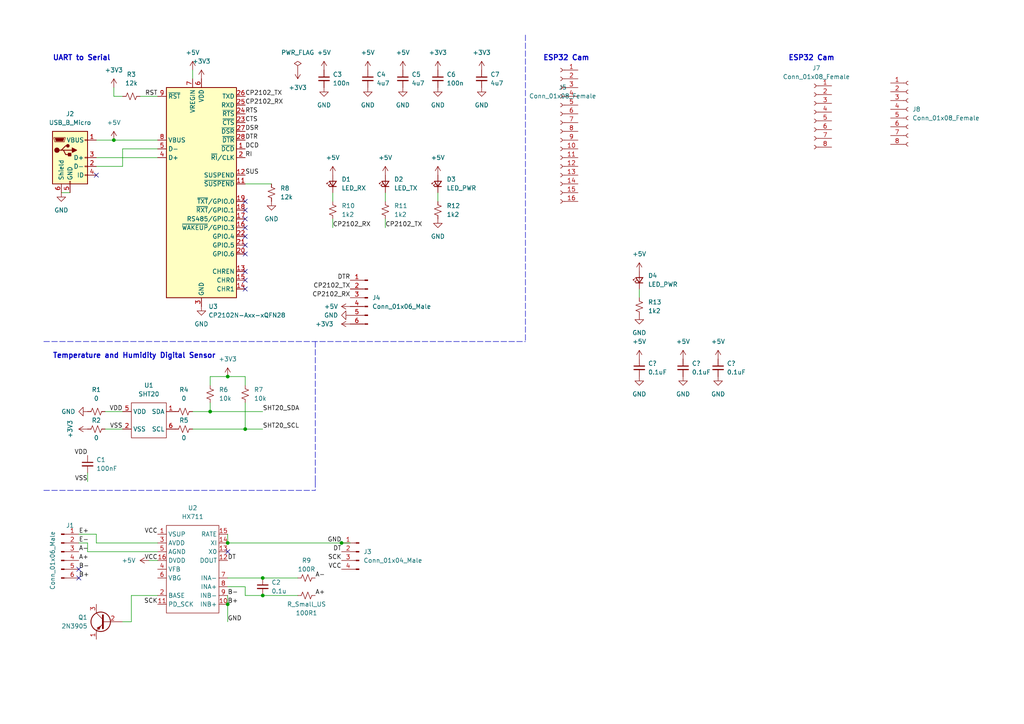
<source format=kicad_sch>
(kicad_sch (version 20211123) (generator eeschema)
  (paper "A4")
  (title_block (title "ESP32 Hornbill Project HAT") (date "2023-04-22") (rev "v0") (company "University of Cape Town") (comment 1 "@author: Tristyn Ferreiro"))
  (lib_symbols
    (symbol "Connector:Conn_01x04_Male" (pin_names (offset 1.016) hide)
      (property "Reference" "J" (at 0 5.08 0))
      (property "Value" "Conn_01x04_Male" (at 0 -7.62 0))
      (symbol "Conn_01x04_Male_1_1"
        (polyline (pts (xy 1.27 -5.08) (xy 0.8636 -5.08)) (stroke (width 0.1524)))
        (polyline (pts (xy 1.27 -2.54) (xy 0.8636 -2.54)) (stroke (width 0.1524)))
        (polyline (pts (xy 1.27 0) (xy 0.8636 0)) (stroke (width 0.1524)))
        (polyline (pts (xy 1.27 2.54) (xy 0.8636 2.54)) (stroke (width 0.1524)))
        (rectangle (start 0.8636 -4.953) (end 0 -5.207) (stroke (width 0.1524)) (fill (type outline)))
        (rectangle (start 0.8636 -2.413) (end 0 -2.667) (stroke (width 0.1524)) (fill (type outline)))
        (rectangle (start 0.8636 0.127) (end 0 -0.127) (stroke (width 0.1524)) (fill (type outline)))
        (rectangle (start 0.8636 2.667) (end 0 2.413) (stroke (width 0.1524)) (fill (type outline)))
        (pin passive line (at 5.08 2.54 180) (length 3.81) (name "Pin_1") (number "1"))
        (pin passive line (at 5.08 0 180) (length 3.81) (name "Pin_2") (number "2"))
        (pin passive line (at 5.08 -2.54 180) (length 3.81) (name "Pin_3") (number "3"))
        (pin passive line (at 5.08 -5.08 180) (length 3.81) (name "Pin_4") (number "4"))
      )
    )
    (symbol "Connector:Conn_01x06_Male" (pin_names (offset 1.016) hide)
      (property "Reference" "J" (at 0 7.62 0))
      (property "Value" "Conn_01x06_Male" (at 0 -10.16 0))
      (symbol "Conn_01x06_Male_1_1"
        (polyline (pts (xy 1.27 -7.62) (xy 0.8636 -7.62)) (stroke (width 0.1524)))
        (polyline (pts (xy 1.27 -5.08) (xy 0.8636 -5.08)) (stroke (width 0.1524)))
        (polyline (pts (xy 1.27 -2.54) (xy 0.8636 -2.54)) (stroke (width 0.1524)))
        (polyline (pts (xy 1.27 0) (xy 0.8636 0)) (stroke (width 0.1524)))
        (polyline (pts (xy 1.27 2.54) (xy 0.8636 2.54)) (stroke (width 0.1524)))
        (polyline (pts (xy 1.27 5.08) (xy 0.8636 5.08)) (stroke (width 0.1524)))
        (rectangle (start 0.8636 -7.493) (end 0 -7.747) (stroke (width 0.1524)) (fill (type outline)))
        (rectangle (start 0.8636 -4.953) (end 0 -5.207) (stroke (width 0.1524)) (fill (type outline)))
        (rectangle (start 0.8636 -2.413) (end 0 -2.667) (stroke (width 0.1524)) (fill (type outline)))
        (rectangle (start 0.8636 0.127) (end 0 -0.127) (stroke (width 0.1524)) (fill (type outline)))
        (rectangle (start 0.8636 2.667) (end 0 2.413) (stroke (width 0.1524)) (fill (type outline)))
        (rectangle (start 0.8636 5.207) (end 0 4.953) (stroke (width 0.1524)) (fill (type outline)))
        (pin passive line (at 5.08 5.08 180) (length 3.81) (name "Pin_1") (number "1"))
        (pin passive line (at 5.08 2.54 180) (length 3.81) (name "Pin_2") (number "2"))
        (pin passive line (at 5.08 0 180) (length 3.81) (name "Pin_3") (number "3"))
        (pin passive line (at 5.08 -2.54 180) (length 3.81) (name "Pin_4") (number "4"))
        (pin passive line (at 5.08 -5.08 180) (length 3.81) (name "Pin_5") (number "5"))
        (pin passive line (at 5.08 -7.62 180) (length 3.81) (name "Pin_6") (number "6"))
      )
    )
    (symbol "Connector:Conn_01x08_Female" (pin_names (offset 1.016) hide)
      (property "Reference" "J" (at 0 10.16 0))
      (property "Value" "Conn_01x08_Female" (at 0 -12.7 0))
      (symbol "Conn_01x08_Female_1_1"
        (arc (start 0 -9.652) (mid -0.508 -10.16) (end 0 -10.668) (stroke (width 0.1524)))
        (arc (start 0 -7.112) (mid -0.508 -7.62) (end 0 -8.128) (stroke (width 0.1524)))
        (arc (start 0 -4.572) (mid -0.508 -5.08) (end 0 -5.588) (stroke (width 0.1524)))
        (arc (start 0 -2.032) (mid -0.508 -2.54) (end 0 -3.048) (stroke (width 0.1524)))
        (polyline (pts (xy -1.27 -10.16) (xy -0.508 -10.16)) (stroke (width 0.1524)))
        (polyline (pts (xy -1.27 -7.62) (xy -0.508 -7.62)) (stroke (width 0.1524)))
        (polyline (pts (xy -1.27 -5.08) (xy -0.508 -5.08)) (stroke (width 0.1524)))
        (polyline (pts (xy -1.27 -2.54) (xy -0.508 -2.54)) (stroke (width 0.1524)))
        (polyline (pts (xy -1.27 0) (xy -0.508 0)) (stroke (width 0.1524)))
        (polyline (pts (xy -1.27 2.54) (xy -0.508 2.54)) (stroke (width 0.1524)))
        (polyline (pts (xy -1.27 5.08) (xy -0.508 5.08)) (stroke (width 0.1524)))
        (polyline (pts (xy -1.27 7.62) (xy -0.508 7.62)) (stroke (width 0.1524)))
        (arc (start 0 0.508) (mid -0.508 0) (end 0 -0.508) (stroke (width 0.1524)))
        (arc (start 0 3.048) (mid -0.508 2.54) (end 0 2.032) (stroke (width 0.1524)))
        (arc (start 0 5.588) (mid -0.508 5.08) (end 0 4.572) (stroke (width 0.1524)))
        (arc (start 0 8.128) (mid -0.508 7.62) (end 0 7.112) (stroke (width 0.1524)))
        (pin passive line (at -5.08 7.62 0) (length 3.81) (name "Pin_1") (number "1"))
        (pin passive line (at -5.08 5.08 0) (length 3.81) (name "Pin_2") (number "2"))
        (pin passive line (at -5.08 2.54 0) (length 3.81) (name "Pin_3") (number "3"))
        (pin passive line (at -5.08 0 0) (length 3.81) (name "Pin_4") (number "4"))
        (pin passive line (at -5.08 -2.54 0) (length 3.81) (name "Pin_5") (number "5"))
        (pin passive line (at -5.08 -5.08 0) (length 3.81) (name "Pin_6") (number "6"))
        (pin passive line (at -5.08 -7.62 0) (length 3.81) (name "Pin_7") (number "7"))
        (pin passive line (at -5.08 -10.16 0) (length 3.81) (name "Pin_8") (number "8"))
      )
    )
    (symbol "Connector:Conn_01x16_Female" (pin_names (offset 1.016) hide)
      (property "Reference" "J" (at 0 20.32 0))
      (property "Value" "Conn_01x16_Female" (at 0 -22.86 0))
      (symbol "Conn_01x16_Female_1_1"
        (arc (start 0 -19.812) (mid -0.508 -20.32) (end 0 -20.828) (stroke (width 0.1524)))
        (arc (start 0 -17.272) (mid -0.508 -17.78) (end 0 -18.288) (stroke (width 0.1524)))
        (arc (start 0 -14.732) (mid -0.508 -15.24) (end 0 -15.748) (stroke (width 0.1524)))
        (arc (start 0 -12.192) (mid -0.508 -12.7) (end 0 -13.208) (stroke (width 0.1524)))
        (arc (start 0 -9.652) (mid -0.508 -10.16) (end 0 -10.668) (stroke (width 0.1524)))
        (arc (start 0 -7.112) (mid -0.508 -7.62) (end 0 -8.128) (stroke (width 0.1524)))
        (arc (start 0 -4.572) (mid -0.508 -5.08) (end 0 -5.588) (stroke (width 0.1524)))
        (arc (start 0 -2.032) (mid -0.508 -2.54) (end 0 -3.048) (stroke (width 0.1524)))
        (polyline (pts (xy -1.27 -20.32) (xy -0.508 -20.32)) (stroke (width 0.1524)))
        (polyline (pts (xy -1.27 -17.78) (xy -0.508 -17.78)) (stroke (width 0.1524)))
        (polyline (pts (xy -1.27 -15.24) (xy -0.508 -15.24)) (stroke (width 0.1524)))
        (polyline (pts (xy -1.27 -12.7) (xy -0.508 -12.7)) (stroke (width 0.1524)))
        (polyline (pts (xy -1.27 -10.16) (xy -0.508 -10.16)) (stroke (width 0.1524)))
        (polyline (pts (xy -1.27 -7.62) (xy -0.508 -7.62)) (stroke (width 0.1524)))
        (polyline (pts (xy -1.27 -5.08) (xy -0.508 -5.08)) (stroke (width 0.1524)))
        (polyline (pts (xy -1.27 -2.54) (xy -0.508 -2.54)) (stroke (width 0.1524)))
        (polyline (pts (xy -1.27 0) (xy -0.508 0)) (stroke (width 0.1524)))
        (polyline (pts (xy -1.27 2.54) (xy -0.508 2.54)) (stroke (width 0.1524)))
        (polyline (pts (xy -1.27 5.08) (xy -0.508 5.08)) (stroke (width 0.1524)))
        (polyline (pts (xy -1.27 7.62) (xy -0.508 7.62)) (stroke (width 0.1524)))
        (polyline (pts (xy -1.27 10.16) (xy -0.508 10.16)) (stroke (width 0.1524)))
        (polyline (pts (xy -1.27 12.7) (xy -0.508 12.7)) (stroke (width 0.1524)))
        (polyline (pts (xy -1.27 15.24) (xy -0.508 15.24)) (stroke (width 0.1524)))
        (polyline (pts (xy -1.27 17.78) (xy -0.508 17.78)) (stroke (width 0.1524)))
        (arc (start 0 0.508) (mid -0.508 0) (end 0 -0.508) (stroke (width 0.1524)))
        (arc (start 0 3.048) (mid -0.508 2.54) (end 0 2.032) (stroke (width 0.1524)))
        (arc (start 0 5.588) (mid -0.508 5.08) (end 0 4.572) (stroke (width 0.1524)))
        (arc (start 0 8.128) (mid -0.508 7.62) (end 0 7.112) (stroke (width 0.1524)))
        (arc (start 0 10.668) (mid -0.508 10.16) (end 0 9.652) (stroke (width 0.1524)))
        (arc (start 0 13.208) (mid -0.508 12.7) (end 0 12.192) (stroke (width 0.1524)))
        (arc (start 0 15.748) (mid -0.508 15.24) (end 0 14.732) (stroke (width 0.1524)))
        (arc (start 0 18.288) (mid -0.508 17.78) (end 0 17.272) (stroke (width 0.1524)))
        (pin passive line (at -5.08 17.78 0) (length 3.81) (name "Pin_1") (number "1"))
        (pin passive line (at -5.08 -5.08 0) (length 3.81) (name "Pin_10") (number "10"))
        (pin passive line (at -5.08 -7.62 0) (length 3.81) (name "Pin_11") (number "11"))
        (pin passive line (at -5.08 -10.16 0) (length 3.81) (name "Pin_12") (number "12"))
        (pin passive line (at -5.08 -12.7 0) (length 3.81) (name "Pin_13") (number "13"))
        (pin passive line (at -5.08 -15.24 0) (length 3.81) (name "Pin_14") (number "14"))
        (pin passive line (at -5.08 -17.78 0) (length 3.81) (name "Pin_15") (number "15"))
        (pin passive line (at -5.08 -20.32 0) (length 3.81) (name "Pin_16") (number "16"))
        (pin passive line (at -5.08 15.24 0) (length 3.81) (name "Pin_2") (number "2"))
        (pin passive line (at -5.08 12.7 0) (length 3.81) (name "Pin_3") (number "3"))
        (pin passive line (at -5.08 10.16 0) (length 3.81) (name "Pin_4") (number "4"))
        (pin passive line (at -5.08 7.62 0) (length 3.81) (name "Pin_5") (number "5"))
        (pin passive line (at -5.08 5.08 0) (length 3.81) (name "Pin_6") (number "6"))
        (pin passive line (at -5.08 2.54 0) (length 3.81) (name "Pin_7") (number "7"))
        (pin passive line (at -5.08 0 0) (length 3.81) (name "Pin_8") (number "8"))
        (pin passive line (at -5.08 -2.54 0) (length 3.81) (name "Pin_9") (number "9"))
      )
    )
    (symbol "Connector:USB_B_Micro" (pin_names (offset 1.016))
      (property "Reference" "J" (at -5.08 11.43 0))
      (property "Value" "USB_B_Micro" (at -5.08 8.89 0))
      (symbol "USB_B_Micro_0_1"
        (rectangle (start -5.08 -7.62) (end 5.08 7.62) (stroke (width 0.254)) (fill (type background)))
        (circle (center -3.81 2.159) (radius 0.635) (stroke (width 0.254)) (fill (type outline)))
        (circle (center -0.635 3.429) (radius 0.381) (stroke (width 0.254)) (fill (type outline)))
        (rectangle (start -0.127 -7.62) (end 0.127 -6.858))
        (polyline (pts (xy -1.905 2.159) (xy 0.635 2.159)) (stroke (width 0.254)))
        (polyline (pts (xy -3.175 2.159) (xy -2.54 2.159) (xy -1.27 3.429) (xy -0.635 3.429)) (stroke (width 0.254)))
        (polyline (pts (xy -2.54 2.159) (xy -1.905 2.159) (xy -1.27 0.889) (xy 0 0.889)) (stroke (width 0.254)))
        (polyline (pts (xy 0.635 2.794) (xy 0.635 1.524) (xy 1.905 2.159) (xy 0.635 2.794)) (stroke (width 0.254)) (fill (type outline)))
        (polyline (pts (xy -4.318 5.588) (xy -1.778 5.588) (xy -2.032 4.826) (xy -4.064 4.826) (xy -4.318 5.588)) (fill (type outline)))
        (polyline (pts (xy -4.699 5.842) (xy -4.699 5.588) (xy -4.445 4.826) (xy -4.445 4.572) (xy -1.651 4.572) (xy -1.651 4.826) (xy -1.397 5.588) (xy -1.397 5.842) (xy -4.699 5.842)))
        (rectangle (start 0.254 1.27) (end -0.508 0.508) (stroke (width 0.254)) (fill (type outline)))
        (rectangle (start 5.08 -5.207) (end 4.318 -4.953))
        (rectangle (start 5.08 -2.667) (end 4.318 -2.413))
        (rectangle (start 5.08 -0.127) (end 4.318 0.127))
        (rectangle (start 5.08 4.953) (end 4.318 5.207))
      )
      (symbol "USB_B_Micro_1_1"
        (pin power_out line (at 7.62 5.08 180) (length 2.54) (name "VBUS") (number "1"))
        (pin bidirectional line (at 7.62 -2.54 180) (length 2.54) (name "D-") (number "2"))
        (pin bidirectional line (at 7.62 0 180) (length 2.54) (name "D+") (number "3"))
        (pin passive line (at 7.62 -5.08 180) (length 2.54) (name "ID") (number "4"))
        (pin power_out line (at 0 -10.16 90) (length 2.54) (name "GND") (number "5"))
        (pin passive line (at -2.54 -10.16 90) (length 2.54) (name "Shield") (number "6"))
      )
    )
    (symbol "Device:C_Small" (pin_numbers hide) (pin_names (offset 0.254) hide)
      (property "Reference" "C" (at 0.254 1.778 0))
      (property "Value" "C_Small" (at 0.254 -2.032 0))
      (symbol "C_Small_0_1"
        (polyline (pts (xy -1.524 -0.508) (xy 1.524 -0.508)) (stroke (width 0.3302)))
        (polyline (pts (xy -1.524 0.508) (xy 1.524 0.508)) (stroke (width 0.3048)))
      )
      (symbol "C_Small_1_1"
        (pin passive line (at 0 2.54 270) (length 2.032) (name "~") (number "1"))
        (pin passive line (at 0 -2.54 90) (length 2.032) (name "~") (number "2"))
      )
    )
    (symbol "Device:LED_Small" (pin_numbers hide) (pin_names (offset 0.254) hide)
      (property "Reference" "D" (at -1.27 3.175 0))
      (property "Value" "LED_Small" (at -4.445 -2.54 0))
      (symbol "LED_Small_0_1"
        (polyline (pts (xy -0.762 -1.016) (xy -0.762 1.016)) (stroke (width 0.254)))
        (polyline (pts (xy 1.016 0) (xy -0.762 0)))
        (polyline (pts (xy 0.762 -1.016) (xy -0.762 0) (xy 0.762 1.016) (xy 0.762 -1.016)) (stroke (width 0.254)))
        (polyline (pts (xy 0 0.762) (xy -0.508 1.27) (xy -0.254 1.27) (xy -0.508 1.27) (xy -0.508 1.016)))
        (polyline (pts (xy 0.508 1.27) (xy 0 1.778) (xy 0.254 1.778) (xy 0 1.778) (xy 0 1.524)))
      )
      (symbol "LED_Small_1_1"
        (pin passive line (at -2.54 0 0) (length 1.778) (name "K") (number "1"))
        (pin passive line (at 2.54 0 180) (length 1.778) (name "A") (number "2"))
      )
    )
    (symbol "Device:R_Small_US" (pin_numbers hide) (pin_names (offset 0.254) hide)
      (property "Reference" "R" (at 0.762 0.508 0))
      (property "Value" "R_Small_US" (at 0.762 -1.016 0))
      (symbol "R_Small_US_1_1"
        (polyline (pts (xy 0 0) (xy 1.016 -0.381) (xy 0 -0.762) (xy -1.016 -1.143) (xy 0 -1.524)))
        (polyline (pts (xy 0 1.524) (xy 1.016 1.143) (xy 0 0.762) (xy -1.016 0.381) (xy 0 0)))
        (pin passive line (at 0 2.54 270) (length 1.016) (name "~") (number "1"))
        (pin passive line (at 0 -2.54 90) (length 1.016) (name "~") (number "2"))
      )
    )
    (symbol "Interface_USB:CP2102N-Axx-xQFN28"
      (property "Reference" "U" (at -8.89 31.75 0))
      (property "Value" "CP2102N-Axx-xQFN28" (at 12.7 31.75 0))
      (symbol "CP2102N-Axx-xQFN28_0_1"
        (rectangle (start -10.16 30.48) (end 10.16 -30.48) (stroke (width 0.254)) (fill (type background)))
      )
      (symbol "CP2102N-Axx-xQFN28_1_1"
        (pin input line (at 12.7 12.7 180) (length 2.54) (name "~{DCD}") (number "1"))
        (pin no_connect line (at -10.16 -27.94 0) (length 2.54) hide (name "NC") (number "10"))
        (pin output line (at 12.7 2.54 180) (length 2.54) (name "~{SUSPEND}") (number "11"))
        (pin output line (at 12.7 5.08 180) (length 2.54) (name "SUSPEND") (number "12"))
        (pin output line (at 12.7 -22.86 180) (length 2.54) (name "CHREN") (number "13"))
        (pin output line (at 12.7 -27.94 180) (length 2.54) (name "CHR1") (number "14"))
        (pin output line (at 12.7 -25.4 180) (length 2.54) (name "CHR0") (number "15"))
        (pin bidirectional line (at 12.7 -10.16 180) (length 2.54) (name "~{WAKEUP}/GPIO.3") (number "16"))
        (pin bidirectional line (at 12.7 -7.62 180) (length 2.54) (name "RS485/GPIO.2") (number "17"))
        (pin bidirectional line (at 12.7 -5.08 180) (length 2.54) (name "~{RXT}/GPIO.1") (number "18"))
        (pin bidirectional line (at 12.7 -2.54 180) (length 2.54) (name "~{TXT}/GPIO.0") (number "19"))
        (pin bidirectional line (at 12.7 10.16 180) (length 2.54) (name "~{RI}/CLK") (number "2"))
        (pin bidirectional line (at 12.7 -17.78 180) (length 2.54) (name "GPIO.6") (number "20"))
        (pin bidirectional line (at 12.7 -15.24 180) (length 2.54) (name "GPIO.5") (number "21"))
        (pin bidirectional line (at 12.7 -12.7 180) (length 2.54) (name "GPIO.4") (number "22"))
        (pin input line (at 12.7 20.32 180) (length 2.54) (name "~{CTS}") (number "23"))
        (pin output line (at 12.7 22.86 180) (length 2.54) (name "~{RTS}") (number "24"))
        (pin input line (at 12.7 25.4 180) (length 2.54) (name "RXD") (number "25"))
        (pin output line (at 12.7 27.94 180) (length 2.54) (name "TXD") (number "26"))
        (pin input line (at 12.7 17.78 180) (length 2.54) (name "~{DSR}") (number "27"))
        (pin output line (at 12.7 15.24 180) (length 2.54) (name "~{DTR}") (number "28"))
        (pin passive line (at 0 -33.02 90) (length 2.54) hide (name "GND") (number "29"))
        (pin power_in line (at 0 -33.02 90) (length 2.54) (name "GND") (number "3"))
        (pin bidirectional line (at -12.7 10.16 0) (length 2.54) (name "D+") (number "4"))
        (pin bidirectional line (at -12.7 12.7 0) (length 2.54) (name "D-") (number "5"))
        (pin power_in line (at 0 33.02 270) (length 2.54) (name "VDD") (number "6"))
        (pin power_in line (at -2.54 33.02 270) (length 2.54) (name "VREGIN") (number "7"))
        (pin input line (at -12.7 15.24 0) (length 2.54) (name "VBUS") (number "8"))
        (pin input line (at -12.7 27.94 0) (length 2.54) (name "~{RST}") (number "9"))
      )
    )
    (symbol "Sensor_Current:HX711"
      (property "Reference" "U?" (at 0 15.24 0))
      (property "Value" "HX711" (at 0 12.7 0))
      (symbol "HX711_0_1"
        (rectangle (start -7.62 10.16) (end 7.62 -15.24))
      )
      (symbol "HX711_1_1"
        (pin power_in line (at -10.16 7.62 0) (length 2.54) (name "VSUP") (number "1"))
        (pin input line (at 10.16 -12.7 180) (length 2.54) (name "INB+") (number "10"))
        (pin input line (at -10.16 -12.7 0) (length 2.54) (name "PD_SCK") (number "11"))
        (pin output line (at 10.16 0 180) (length 2.54) (name "DOUT") (number "12"))
        (pin bidirectional line (at 10.16 2.54 180) (length 2.54) (name "X0") (number "13"))
        (pin input line (at 10.16 5.08 180) (length 2.54) (name "XI") (number "14"))
        (pin input line (at 10.16 7.62 180) (length 2.54) (name "RATE") (number "15"))
        (pin input line (at -10.16 0 0) (length 2.54) (name "DVDD") (number "16"))
        (pin output line (at -10.16 -10.16 0) (length 2.54) (name "BASE") (number "2"))
        (pin power_in line (at -10.16 5.08 0) (length 2.54) (name "AVDD") (number "3"))
        (pin input line (at -10.16 -2.54 0) (length 2.54) (name "VFB") (number "4"))
        (pin power_out line (at -10.16 2.54 0) (length 2.54) (name "AGND") (number "5"))
        (pin output line (at -10.16 -5.08 0) (length 2.54) (name "VBG") (number "6"))
        (pin input line (at 10.16 -5.08 180) (length 2.54) (name "INA-") (number "7"))
        (pin input line (at 10.16 -7.62 180) (length 2.54) (name "INA+") (number "8"))
        (pin input line (at 10.16 -10.16 180) (length 2.54) (name "INB-") (number "9"))
      )
    )
    (symbol "Sensor_Humidity:SHT20"
      (property "Reference" "U" (at 0 10.16 0))
      (property "Value" "SHT20" (at 0 7.62 0))
      (symbol "SHT20_0_1"
        (rectangle (start -5.08 5.08) (end 5.08 -5.08))
      )
      (symbol "SHT20_1_1"
        (pin bidirectional line (at 7.62 2.54 180) (length 2.54) (name "SDA") (number "1"))
        (pin power_out line (at -7.62 -2.54 0) (length 2.54) (name "VSS") (number "2"))
        (pin power_in line (at -7.62 2.54 0) (length 2.54) (name "VDD") (number "5"))
        (pin bidirectional line (at 7.62 -2.54 180) (length 2.54) (name "SCL") (number "6"))
      )
    )
    (symbol "Transistor_BJT:2N3905" (pin_names (offset 0) hide)
      (property "Reference" "Q" (at 5.08 1.905 0))
      (property "Value" "2N3905" (at 5.08 0 0))
      (symbol "2N3905_0_1"
        (polyline (pts (xy 0.635 0.635) (xy 2.54 2.54)))
        (polyline (pts (xy 0.635 -0.635) (xy 2.54 -2.54) (xy 2.54 -2.54)))
        (polyline (pts (xy 0.635 1.905) (xy 0.635 -1.905) (xy 0.635 -1.905)) (stroke (width 0.508)))
        (polyline (pts (xy 2.286 -1.778) (xy 1.778 -2.286) (xy 1.27 -1.27) (xy 2.286 -1.778) (xy 2.286 -1.778)) (fill (type outline)))
        (circle (center 1.27 0) (radius 2.8194) (stroke (width 0.254)))
      )
      (symbol "2N3905_1_1"
        (pin passive line (at 2.54 -5.08 90) (length 2.54) (name "E") (number "1"))
        (pin input line (at -5.08 0 0) (length 5.715) (name "B") (number "2"))
        (pin passive line (at 2.54 5.08 270) (length 2.54) (name "C") (number "3"))
      )
    )
    (symbol "power:+3.3V" (power) (pin_names (offset 0))
      (property "Value" "+3.3V" (at 0 3.556 0))
      (symbol "+3.3V_0_1"
        (polyline (pts (xy -0.762 1.27) (xy 0 2.54)))
        (polyline (pts (xy 0 0) (xy 0 2.54)))
        (polyline (pts (xy 0 2.54) (xy 0.762 1.27)))
      )
      (symbol "+3.3V_1_1"
        (pin power_in line (at 0 0 90) (length 0) hide (name "+3V3") (number "1"))
      )
    )
    (symbol "power:+5V" (power) (pin_names (offset 0))
      (property "Value" "+5V" (at 0 3.556 0))
      (symbol "+5V_0_1"
        (polyline (pts (xy -0.762 1.27) (xy 0 2.54)))
        (polyline (pts (xy 0 0) (xy 0 2.54)))
        (polyline (pts (xy 0 2.54) (xy 0.762 1.27)))
      )
      (symbol "+5V_1_1"
        (pin power_in line (at 0 0 90) (length 0) hide (name "+5V") (number "1"))
      )
    )
    (symbol "power:GND" (power) (pin_names (offset 0))
      (property "Value" "GND" (at 0 -3.81 0))
      (symbol "GND_0_1"
        (polyline (pts (xy 0 0) (xy 0 -1.27) (xy 1.27 -1.27) (xy 0 -2.54) (xy -1.27 -1.27) (xy 0 -1.27)))
      )
      (symbol "GND_1_1"
        (pin power_in line (at 0 0 270) (length 0) hide (name "GND") (number "1"))
      )
    )
    (symbol "power:PWR_FLAG" (power) (pin_numbers hide) (pin_names (offset 0) hide)
      (property "Value" "PWR_FLAG" (at 0 3.81 0))
      (symbol "PWR_FLAG_0_0"
        (pin power_out line (at 0 0 90) (length 0) (name "pwr") (number "1"))
      )
      (symbol "PWR_FLAG_0_1"
        (polyline (pts (xy 0 0) (xy 0 1.27) (xy -1.016 1.905) (xy 0 2.54) (xy 1.016 1.905) (xy 0 1.27)))
      )
    )
  )
  (junction (at 99.06 157.48))
  (junction (at 71.12 124.46))
  (junction (at 76.2 172.72))
  (junction (at 33.02 40.64))
  (junction (at 60.96 119.38))
  (junction (at 76.2 167.64))
  (junction (at 66.04 109.22))
  (junction (at 66.04 175.26))
  (junction (at 66.04 157.48))
  (no_connect (at 71.12 73.66))
  (no_connect (at 71.12 78.74))
  (no_connect (at 71.12 66.04))
  (no_connect (at 71.12 83.82))
  (no_connect (at 71.12 81.28))
  (no_connect (at 71.12 58.42))
  (no_connect (at 71.12 63.5))
  (no_connect (at 71.12 71.12))
  (no_connect (at 71.12 60.96))
  (no_connect (at 71.12 68.58))
  (no_connect (at 22.86 165.1))
  (no_connect (at 22.86 167.64))
  (no_connect (at 66.04 160.02))
  (no_connect (at 27.94 50.8))
  (polyline (pts (xy 91.44 99.06) (xy 91.44 139.7)))
  (wire (pts (xy 60.96 109.22) (xy 60.96 111.76)))
  (wire (pts (xy 71.12 172.72) (xy 71.12 170.18)))
  (wire (pts (xy 71.12 53.34) (xy 78.74 53.34)))
  (wire (pts (xy 30.48 124.46) (xy 35.56 124.46)))
  (wire (pts (xy 71.12 116.84) (xy 71.12 124.46)))
  (wire (pts (xy 25.4 157.48) (xy 22.86 157.48)))
  (polyline (pts (xy 12.7 142.24) (xy 91.44 142.24)))
  (wire (pts (xy 35.56 48.26) (xy 27.94 48.26)))
  (wire (pts (xy 40.64 27.94) (xy 45.72 27.94)))
  (wire (pts (xy 66.04 109.22) (xy 71.12 109.22)))
  (polyline (pts (xy 12.7 99.06) (xy 152.4 99.06)))
  (wire (pts (xy 55.88 119.38) (xy 60.96 119.38)))
  (wire (pts (xy 27.94 157.48) (xy 27.94 154.94)))
  (wire (pts (xy 55.88 124.46) (xy 71.12 124.46)))
  (wire (pts (xy 55.88 20.32) (xy 55.88 22.86)))
  (wire (pts (xy 76.2 167.64) (xy 86.36 167.64)))
  (wire (pts (xy 27.94 154.94) (xy 22.86 154.94)))
  (wire (pts (xy 96.52 55.88) (xy 96.52 58.42)))
  (wire (pts (xy 25.4 160.02) (xy 25.4 157.48)))
  (wire (pts (xy 111.76 55.88) (xy 111.76 58.42)))
  (wire (pts (xy 35.56 43.18) (xy 35.56 48.26)))
  (wire (pts (xy 38.1 180.34) (xy 35.56 180.34)))
  (wire (pts (xy 111.76 63.5) (xy 111.76 66.04)))
  (wire (pts (xy 99.06 157.48) (xy 101.6 157.48)))
  (wire (pts (xy 45.72 157.48) (xy 27.94 157.48)))
  (wire (pts (xy 66.04 172.72) (xy 66.04 175.26)))
  (wire (pts (xy 71.12 170.18) (xy 66.04 170.18)))
  (wire (pts (xy 66.04 157.48) (xy 99.06 157.48)))
  (wire (pts (xy 66.04 154.94) (xy 66.04 157.48)))
  (wire (pts (xy 185.42 83.82) (xy 185.42 86.36)))
  (wire (pts (xy 96.52 63.5) (xy 96.52 66.04)))
  (wire (pts (xy 127 55.88) (xy 127 58.42)))
  (wire (pts (xy 45.72 160.02) (xy 25.4 160.02)))
  (wire (pts (xy 60.96 109.22) (xy 66.04 109.22)))
  (wire (pts (xy 27.94 45.72) (xy 45.72 45.72)))
  (wire (pts (xy 17.78 55.88) (xy 20.32 55.88)))
  (wire (pts (xy 38.1 172.72) (xy 38.1 180.34)))
  (wire (pts (xy 45.72 172.72) (xy 38.1 172.72)))
  (wire (pts (xy 60.96 119.38) (xy 76.2 119.38)))
  (wire (pts (xy 71.12 124.46) (xy 76.2 124.46)))
  (wire (pts (xy 66.04 167.64) (xy 76.2 167.64)))
  (wire (pts (xy 33.02 40.64) (xy 45.72 40.64)))
  (wire (pts (xy 43.18 162.56) (xy 45.72 162.56)))
  (wire (pts (xy 60.96 116.84) (xy 60.96 119.38)))
  (wire (pts (xy 27.94 40.64) (xy 33.02 40.64)))
  (wire (pts (xy 76.2 172.72) (xy 86.36 172.72)))
  (wire (pts (xy 45.72 43.18) (xy 35.56 43.18)))
  (wire (pts (xy 71.12 109.22) (xy 71.12 111.76)))
  (polyline (pts (xy 91.44 139.7) (xy 91.44 142.24)))
  (wire (pts (xy 66.04 175.26) (xy 66.04 180.34)))
  (wire (pts (xy 25.4 137.16) (xy 25.4 139.7)))
  (polyline (pts (xy 152.4 10.16) (xy 152.4 99.06)))
  (wire (pts (xy 33.02 27.94) (xy 35.56 27.94)))
  (wire (pts (xy 30.48 119.38) (xy 35.56 119.38)))
  (wire (pts (xy 33.02 25.4) (xy 33.02 27.94)))
  (wire (pts (xy 71.12 172.72) (xy 76.2 172.72)))
  (text "ESP32 Cam" (at 157.48 17.78 0) (effects (font (size 1.5 1.5) (thickness 0.3) bold) (justify left bottom)))
  (text "UART to Serial" (at 15.24 17.78 0) (effects (font (size 1.5 1.5) (thickness 0.3) bold) (justify left bottom)))
  (text "ESP32 Cam" (at 228.6 17.78 0) (effects (font (size 1.5 1.5) (thickness 0.3) bold) (justify left bottom)))
  (text "Temperature and Humidity Digital Sensor" (at 15.24 104.14 0) (effects (font (size 1.5 1.5) (thickness 0.3) bold) (justify left bottom)))
  (label "A-" (at 22.86 160.02 0))
  (label "VSS" (at 35.56 124.46 180))
  (label "VDD" (at 25.4 132.08 180))
  (label "RI" (at 71.12 45.72 0))
  (label "SHT20_SCL" (at 76.2 124.46 0))
  (label "SUS" (at 71.12 50.8 0))
  (label "A+" (at 22.86 162.56 0))
  (label "E-" (at 22.86 157.48 0))
  (label "RST" (at 45.72 27.94 180))
  (label "DTR" (at 71.12 40.64 0))
  (label "CP2102_RX" (at 96.52 66.04 0))
  (label "DT" (at 99.06 160.02 180))
  (label "VDD" (at 35.56 119.38 180))
  (label "RTS" (at 71.12 33.02 0))
  (label "CP2102_TX" (at 111.76 66.04 0))
  (label "CP2102_TX" (at 71.12 27.94 0))
  (label "GND" (at 99.06 157.48 180))
  (label "VCC" (at 45.72 154.94 180))
  (label "DCD" (at 71.12 43.18 0))
  (label "VCC" (at 45.72 162.56 180))
  (label "CP2102_RX" (at 101.6 86.36 180))
  (label "CTS" (at 71.12 35.56 0))
  (label "DSR" (at 71.12 38.1 0))
  (label "B-" (at 22.86 165.1 0))
  (label "SCK" (at 99.06 162.56 180))
  (label "CP2102_TX" (at 101.6 83.82 180))
  (label "DTR" (at 101.6 81.28 180))
  (label "SHT20_SDA" (at 76.2 119.38 0))
  (label "A+" (at 91.44 172.72 0))
  (label "DT" (at 66.04 162.56 0))
  (label "CP2102_RX" (at 71.12 30.48 0))
  (label "SCK" (at 45.72 175.26 180))
  (label "VCC" (at 99.06 165.1 180))
  (label "B+" (at 22.86 167.64 0))
  (label "B+" (at 66.04 175.26 0))
  (label "B-" (at 66.04 172.72 0))
  (label "VSS" (at 25.4 139.7 180))
  (label "GND" (at 66.04 180.34 0))
  (label "E+" (at 22.86 154.94 0))
  (label "A-" (at 91.44 167.64 0))
  (symbol (lib_id "power:GND") (at 208.28 109.22 0) (unit 1)
    (property "Reference" "#PWR?" (effects hide))
    (property "Value" "GND" (at 208.28 114.3 0))
  )
  (symbol (lib_id "power:+3.3V") (at 58.42 22.86 0) (unit 1)
    (property "Reference" "#PWR08" (effects hide))
    (property "Value" "+3.3V" (at 58.42 17.78 0))
  )
  (symbol (lib_id "power:+5V") (at 185.42 78.74 0) (unit 1)
    (property "Reference" "#PWR030" (effects hide))
    (property "Value" "+5V" (at 185.42 73.66 0))
  )
  (symbol (lib_id "Device:R_Small_US") (at 111.76 60.96 0) (unit 1)
    (property "Reference" "R11" (at 114.3 59.6899 0) (effects (justify left)))
    (property "Value" "1k2" (at 114.3 62.2299 0) (effects (justify left)))
  )
  (symbol (lib_id "power:GND") (at 17.78 55.88 0) (unit 1)
    (property "Reference" "#PWR01" (effects hide))
    (property "Value" "GND" (at 17.78 60.96 0))
  )
  (symbol (lib_id "power:GND") (at 106.68 25.4 0) (unit 1)
    (property "Reference" "#PWR020" (effects hide))
    (property "Value" "GND" (at 106.68 30.48 0))
  )
  (symbol (lib_id "Device:R_Small_US") (at 96.52 60.96 0) (unit 1)
    (property "Reference" "R10" (at 99.06 59.6899 0) (effects (justify left)))
    (property "Value" "1k2" (at 99.06 62.2299 0) (effects (justify left)))
  )
  (symbol (lib_id "Device:LED_Small") (at 185.42 81.28 90) (unit 1)
    (property "Reference" "D4" (at 187.96 79.9464 90) (effects (justify right)))
    (property "Value" "LED_PWR" (at 187.96 82.4864 90) (effects (justify right)))
  )
  (symbol (lib_id "Device:C_Small") (at 25.4 134.62 0) (unit 1)
    (property "Reference" "C1" (at 27.94 133.3562 0) (effects (justify left)))
    (property "Value" "100nF" (at 27.94 135.8962 0) (effects (justify left)))
  )
  (symbol (lib_id "power:+3.3V") (at 86.36 20.32 180) (unit 1)
    (property "Reference" "#PWR012" (effects hide))
    (property "Value" "+3.3V" (at 86.36 25.4 0))
  )
  (symbol (lib_id "Device:R_Small_US") (at 38.1 27.94 90) (unit 1)
    (property "Reference" "R3" (at 38.1 21.59 90))
    (property "Value" "12k" (at 38.1 24.13 90))
  )
  (symbol (lib_id "Device:R_Small_US") (at 53.34 124.46 90) (unit 1)
    (property "Reference" "R5" (at 53.34 121.92 90))
    (property "Value" "0" (at 53.34 127 90))
  )
  (symbol (lib_id "power:GND") (at 58.42 88.9 0) (unit 1)
    (property "Reference" "#PWR09" (effects hide))
    (property "Value" "GND" (at 58.42 93.98 0))
  )
  (symbol (lib_id "power:GND") (at 185.42 91.44 0) (unit 1)
    (property "Reference" "#PWR031" (effects hide))
    (property "Value" "GND" (at 185.42 96.52 0))
  )
  (symbol (lib_id "Connector:Conn_01x04_Male") (at 104.14 160.02 0) (mirror y) (unit 1)
    (property "Reference" "J3" (at 105.41 160.0199 0) (effects (justify right)))
    (property "Value" "Conn_01x04_Male" (at 105.41 162.5599 0) (effects (justify right)))
  )
  (symbol (lib_id "Device:R_Small_US") (at 88.9 172.72 90) (unit 1)
    (property "Reference" "100R1" (at 88.9 177.8 90))
    (property "Value" "R_Small_US" (at 88.9 175.26 90))
  )
  (symbol (lib_id "Device:LED_Small") (at 127 53.34 90) (unit 1)
    (property "Reference" "D3" (at 129.54 52.0064 90) (effects (justify right)))
    (property "Value" "LED_PWR" (at 129.54 54.5464 90) (effects (justify right)))
  )
  (symbol (lib_id "Sensor_Current:HX711") (at 55.88 162.56 0) (unit 1)
    (property "Reference" "U2" (at 55.88 147.32 0))
    (property "Value" "HX711" (at 55.88 149.86 0))
  )
  (symbol (lib_id "power:GND") (at 198.12 109.22 0) (unit 1)
    (property "Reference" "#PWR?" (effects hide))
    (property "Value" "GND" (at 198.12 114.3 0))
  )
  (symbol (lib_id "Device:R_Small_US") (at 53.34 119.38 90) (unit 1)
    (property "Reference" "R4" (at 53.34 113.03 90))
    (property "Value" "0" (at 53.34 115.57 90))
  )
  (symbol (lib_id "Connector:Conn_01x06_Male") (at 17.78 160.02 0) (unit 1)
    (property "Reference" "J1" (at 20.32 152.4 0))
    (property "Value" "Conn_01x06_Male" (at 15.24 162.56 90))
  )
  (symbol (lib_id "Device:C_Small") (at 76.2 170.18 0) (unit 1)
    (property "Reference" "C2" (at 78.74 168.9162 0) (effects (justify left)))
    (property "Value" "0.1u" (at 78.74 171.4562 0) (effects (justify left)))
  )
  (symbol (lib_id "power:+5V") (at 111.76 50.8 0) (unit 1)
    (property "Reference" "#PWR021" (effects hide))
    (property "Value" "+5V" (at 111.76 45.72 0))
  )
  (symbol (lib_id "Device:R_Small_US") (at 88.9 167.64 90) (unit 1)
    (property "Reference" "R9" (at 88.9 162.56 90))
    (property "Value" "100R" (at 88.9 165.1 90))
  )
  (symbol (lib_id "power:PWR_FLAG") (at 86.36 20.32 0) (unit 1)
    (property "Reference" "#FLG01" (effects hide))
    (property "Value" "PWR_FLAG" (at 86.36 15.24 0))
  )
  (symbol (lib_id "Device:LED_Small") (at 111.76 53.34 90) (unit 1)
    (property "Reference" "D2" (at 114.3 52.0064 90) (effects (justify right)))
    (property "Value" "LED_TX" (at 114.3 54.5464 90) (effects (justify right)))
  )
  (symbol (lib_id "Device:C_Small") (at 208.28 106.68 0) (unit 1)
    (property "Reference" "C?" (at 210.82 105.4162 0) (effects (justify left)))
    (property "Value" "0.1uF" (at 210.82 107.9562 0) (effects (justify left)))
  )
  (symbol (lib_id "power:+3.3V") (at 66.04 109.22 0) (unit 1)
    (property "Reference" "#PWR010" (effects hide))
    (property "Value" "+3.3V" (at 66.04 104.14 0))
  )
  (symbol (lib_id "power:GND") (at 139.7 25.4 0) (unit 1)
    (property "Reference" "#PWR029" (effects hide))
    (property "Value" "GND" (at 139.7 30.48 0))
  )
  (symbol (lib_id "power:+5V") (at 33.02 40.64 0) (unit 1)
    (property "Reference" "#PWR05" (effects hide))
    (property "Value" "+5V" (at 33.02 35.56 0))
  )
  (symbol (lib_id "Interface_USB:CP2102N-Axx-xQFN28") (at 58.42 55.88 0) (unit 1)
    (property "Reference" "U3" (at 60.4394 88.9 0) (effects (justify left)))
    (property "Value" "CP2102N-Axx-xQFN28" (at 60.4394 91.44 0) (effects (justify left)))
    (property "Footprint" "Package_DFN_QFN:QFN-28-1EP_5x5mm_P0.5mm_EP3.35x3.35mm" (effects hide))
    (property "Datasheet" "https://www.silabs.com/documents/public/data-sheets/cp2102n-datasheet.pdf" (effects hide))
  )
  (symbol (lib_id "Device:C_Small") (at 106.68 22.86 0) (unit 1)
    (property "Reference" "C4" (at 109.22 21.5962 0) (effects (justify left)))
    (property "Value" "4u7" (at 109.22 24.1362 0) (effects (justify left)))
  )
  (symbol (lib_id "Connector:USB_B_Micro") (at 20.32 45.72 0) (unit 1)
    (property "Reference" "J2" (at 20.32 33.02 0))
    (property "Value" "USB_B_Micro" (at 20.32 35.56 0))
  )
  (symbol (lib_id "power:+5V") (at 55.88 20.32 0) (unit 1)
    (property "Reference" "#PWR07" (effects hide))
    (property "Value" "+5V" (at 55.88 15.24 0))
  )
  (symbol (lib_id "Connector:Conn_01x08_Female") (at 263.3726 31.6992 0) (unit 1)
    (property "Reference" "J8" (at 264.6172 31.6991 0) (effects (justify left)))
    (property "Value" "Conn_01x08_Female" (at 264.6172 34.2391 0) (effects (justify left)))
  )
  (symbol (lib_id "power:+5V") (at 198.12 104.14 0) (unit 1)
    (property "Reference" "#PWR?" (effects hide))
    (property "Value" "+5V" (at 198.12 99.06 0))
  )
  (symbol (lib_id "power:GND") (at 127 63.5 0) (unit 1)
    (property "Reference" "#PWR027" (effects hide))
    (property "Value" "GND" (at 127 68.58 0))
  )
  (symbol (lib_id "power:+5V") (at 43.18 162.56 90) (unit 1)
    (property "Reference" "#PWR06" (effects hide))
    (property "Value" "+5V" (at 39.37 162.5599 90) (effects (justify left)))
  )
  (symbol (lib_id "Connector:Conn_01x06_Male") (at 106.68 86.36 0) (mirror y) (unit 1)
    (property "Reference" "J4" (at 107.95 86.3599 0) (effects (justify right)))
    (property "Value" "Conn_01x06_Male" (at 107.95 88.8999 0) (effects (justify right)))
  )
  (symbol (lib_id "Device:C_Small") (at 93.98 22.86 0) (unit 1)
    (property "Reference" "C3" (at 96.52 21.5962 0) (effects (justify left)))
    (property "Value" "100n" (at 96.52 24.1362 0) (effects (justify left)))
  )
  (symbol (lib_id "power:+5V") (at 96.52 50.8 0) (unit 1)
    (property "Reference" "#PWR015" (effects hide))
    (property "Value" "+5V" (at 96.52 45.72 0))
  )
  (symbol (lib_id "power:+5V") (at 208.28 104.14 0) (unit 1)
    (property "Reference" "#PWR?" (effects hide))
    (property "Value" "+5V" (at 208.28 99.06 0))
  )
  (symbol (lib_id "Device:R_Small_US") (at 27.94 119.38 90) (unit 1)
    (property "Reference" "R1" (at 27.94 113.03 90))
    (property "Value" "0" (at 27.94 115.57 90))
  )
  (symbol (lib_id "power:+3.3V") (at 139.7 20.32 0) (unit 1)
    (property "Reference" "#PWR028" (effects hide))
    (property "Value" "+3.3V" (at 139.7 15.24 0))
  )
  (symbol (lib_id "power:+5V") (at 185.42 104.14 0) (unit 1)
    (property "Reference" "#PWR?" (effects hide))
    (property "Value" "+5V" (at 185.42 99.06 0))
  )
  (symbol (lib_id "power:+5V") (at 106.68 20.32 0) (unit 1)
    (property "Reference" "#PWR019" (effects hide))
    (property "Value" "+5V" (at 106.68 15.24 0))
  )
  (symbol (lib_id "Device:R_Small_US") (at 71.12 114.3 180) (unit 1)
    (property "Reference" "R7" (at 73.66 113.0299 0) (effects (justify right)))
    (property "Value" "10k" (at 73.66 115.5699 0) (effects (justify right)))
  )
  (symbol (lib_id "Transistor_BJT:2N3905") (at 30.48 180.34 0) (mirror y) (unit 1)
    (property "Reference" "Q1" (at 25.4 179.0699 0) (effects (justify left)))
    (property "Value" "2N3905" (at 25.4 181.6099 0) (effects (justify left)))
    (property "Footprint" "Package_TO_SOT_THT:TO-92_Inline" (effects hide))
    (property "Datasheet" "https://www.nteinc.com/specs/original/2N3905_06.pdf" (effects hide))
  )
  (symbol (lib_id "power:GND") (at 116.84 25.4 0) (unit 1)
    (property "Reference" "#PWR023" (effects hide))
    (property "Value" "GND" (at 116.84 30.48 0))
  )
  (symbol (lib_id "power:GND") (at 101.6 91.44 270) (unit 1)
    (property "Reference" "#PWR017" (effects hide))
    (property "Value" "GND" (at 93.98 91.44 90) (effects (justify left)))
  )
  (symbol (lib_id "Device:R_Small_US") (at 127 60.96 0) (unit 1)
    (property "Reference" "R12" (at 129.54 59.6899 0) (effects (justify left)))
    (property "Value" "1k2" (at 129.54 62.2299 0) (effects (justify left)))
  )
  (symbol (lib_id "Device:C_Small") (at 127 22.86 0) (unit 1)
    (property "Reference" "C6" (at 129.54 21.5962 0) (effects (justify left)))
    (property "Value" "100n" (at 129.54 24.1362 0) (effects (justify left)))
  )
  (symbol (lib_id "Connector:Conn_01x16_Female") (at 162.56 38.1 0) (mirror y) (unit 1)
    (property "Reference" "J5" (at 163.195 25.3238 0))
    (property "Value" "Conn_01x08_Female" (at 163.195 27.8638 0))
  )
  (symbol (lib_id "Device:R_Small_US") (at 27.94 124.46 90) (unit 1)
    (property "Reference" "R2" (at 27.94 121.92 90))
    (property "Value" "0" (at 27.94 127 90))
  )
  (symbol (lib_id "power:+5V") (at 127 50.8 0) (unit 1)
    (property "Reference" "#PWR026" (effects hide))
    (property "Value" "+5V" (at 127 45.72 0))
  )
  (symbol (lib_id "power:GND") (at 127 25.4 0) (unit 1)
    (property "Reference" "#PWR025" (effects hide))
    (property "Value" "GND" (at 127 30.48 0))
  )
  (symbol (lib_id "Device:C_Small") (at 116.84 22.86 0) (unit 1)
    (property "Reference" "C5" (at 119.38 21.5962 0) (effects (justify left)))
    (property "Value" "4u7" (at 119.38 24.1362 0) (effects (justify left)))
  )
  (symbol (lib_id "Device:C_Small") (at 198.12 106.68 0) (unit 1)
    (property "Reference" "C?" (at 200.66 105.4162 0) (effects (justify left)))
    (property "Value" "0.1uF" (at 200.66 107.9562 0) (effects (justify left)))
  )
  (symbol (lib_id "power:+3.3V") (at 101.6 93.98 90) (unit 1)
    (property "Reference" "#PWR018" (effects hide))
    (property "Value" "+3.3V" (at 91.44 93.98 90) (effects (justify right)))
  )
  (symbol (lib_id "power:GND") (at 93.98 25.4 0) (unit 1)
    (property "Reference" "#PWR014" (effects hide))
    (property "Value" "GND" (at 93.98 30.48 0))
  )
  (symbol (lib_id "Device:R_Small_US") (at 185.42 88.9 0) (unit 1)
    (property "Reference" "R13" (at 187.96 87.6299 0) (effects (justify left)))
    (property "Value" "1k2" (at 187.96 90.1699 0) (effects (justify left)))
  )
  (symbol (lib_id "Sensor_Humidity:SHT20") (at 43.18 121.92 0) (unit 1)
    (property "Reference" "U1" (at 43.18 111.76 0))
    (property "Value" "SHT20" (at 43.18 114.3 0))
  )
  (symbol (lib_id "Device:R_Small_US") (at 78.74 55.88 0) (unit 1)
    (property "Reference" "R8" (at 81.28 54.6099 0) (effects (justify left)))
    (property "Value" "12k" (at 81.28 57.1499 0) (effects (justify left)))
  )
  (symbol (lib_id "power:+5V") (at 116.84 20.32 0) (unit 1)
    (property "Reference" "#PWR022" (effects hide))
    (property "Value" "+5V" (at 116.84 15.24 0))
  )
  (symbol (lib_id "power:GND") (at 78.74 58.42 0) (unit 1)
    (property "Reference" "#PWR011" (effects hide))
    (property "Value" "GND" (at 78.74 63.5 0))
  )
  (symbol (lib_id "power:+5V") (at 93.98 20.32 0) (unit 1)
    (property "Reference" "#PWR013" (effects hide))
    (property "Value" "+5V" (at 93.98 15.24 0))
  )
  (symbol (lib_id "Connector:Conn_01x08_Female") (at 236.1438 32.512 0) (mirror y) (unit 1)
    (property "Reference" "J7" (at 236.7788 19.7358 0))
    (property "Value" "Conn_01x08_Female" (at 236.7788 22.2758 0))
  )
  (symbol (lib_id "Device:LED_Small") (at 96.52 53.34 90) (unit 1)
    (property "Reference" "D1" (at 99.06 52.0064 90) (effects (justify right)))
    (property "Value" "LED_RX" (at 99.06 54.5464 90) (effects (justify right)))
  )
  (symbol (lib_id "Device:C_Small") (at 185.42 106.68 0) (unit 1)
    (property "Reference" "C?" (at 187.96 105.4162 0) (effects (justify left)))
    (property "Value" "0.1uF" (at 187.96 107.9562 0) (effects (justify left)))
  )
  (symbol (lib_id "power:GND") (at 25.4 119.38 270) (unit 1)
    (property "Reference" "#PWR02" (effects hide))
    (property "Value" "GND" (at 17.78 119.38 90) (effects (justify left)))
  )
  (symbol (lib_id "power:GND") (at 185.42 109.22 0) (unit 1)
    (property "Reference" "#PWR?" (effects hide))
    (property "Value" "GND" (at 185.42 114.3 0))
  )
  (symbol (lib_id "power:+5V") (at 101.6 88.9 90) (unit 1)
    (property "Reference" "#PWR016" (effects hide))
    (property "Value" "+5V" (at 93.98 88.9 90) (effects (justify right)))
  )
  (symbol (lib_id "power:+3.3V") (at 33.02 25.4 0) (unit 1)
    (property "Reference" "#PWR04" (effects hide))
    (property "Value" "+3.3V" (at 33.02 20.32 0))
  )
  (symbol (lib_id "power:+3.3V") (at 127 20.32 0) (unit 1)
    (property "Reference" "#PWR024" (effects hide))
    (property "Value" "+3.3V" (at 127 15.24 0))
  )
  (symbol (lib_id "power:+3.3V") (at 25.4 124.46 90) (unit 1)
    (property "Reference" "#PWR03" (effects hide))
    (property "Value" "+3.3V" (at 20.32 124.46 0))
  )
  (symbol (lib_id "Device:C_Small") (at 139.7 22.86 0) (unit 1)
    (property "Reference" "C7" (at 142.24 21.5962 0) (effects (justify left)))
    (property "Value" "4u7" (at 142.24 24.1362 0) (effects (justify left)))
  )
  (symbol (lib_id "Device:R_Small_US") (at 60.96 114.3 180) (unit 1)
    (property "Reference" "R6" (at 63.5 113.0299 0) (effects (justify right)))
    (property "Value" "10k" (at 63.5 115.5699 0) (effects (justify right)))
  )
)
</source>
